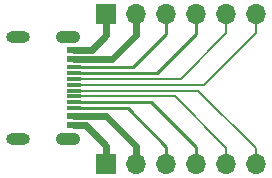
<source format=gbr>
%TF.GenerationSoftware,KiCad,Pcbnew,(6.0.5-0)*%
%TF.CreationDate,2022-07-11T15:28:30+02:00*%
%TF.ProjectId,USB-C-breakout,5553422d-432d-4627-9265-616b6f75742e,rev?*%
%TF.SameCoordinates,Original*%
%TF.FileFunction,Copper,L1,Top*%
%TF.FilePolarity,Positive*%
%FSLAX46Y46*%
G04 Gerber Fmt 4.6, Leading zero omitted, Abs format (unit mm)*
G04 Created by KiCad (PCBNEW (6.0.5-0)) date 2022-07-11 15:28:30*
%MOMM*%
%LPD*%
G01*
G04 APERTURE LIST*
%TA.AperFunction,SMDPad,CuDef*%
%ADD10R,1.150000X0.600000*%
%TD*%
%TA.AperFunction,SMDPad,CuDef*%
%ADD11R,1.150000X0.300000*%
%TD*%
%TA.AperFunction,ComponentPad*%
%ADD12O,2.100000X1.050000*%
%TD*%
%TA.AperFunction,ComponentPad*%
%ADD13O,2.000000X1.000000*%
%TD*%
%TA.AperFunction,ComponentPad*%
%ADD14R,1.700000X1.700000*%
%TD*%
%TA.AperFunction,ComponentPad*%
%ADD15O,1.700000X1.700000*%
%TD*%
%TA.AperFunction,Conductor*%
%ADD16C,0.600000*%
%TD*%
%TA.AperFunction,Conductor*%
%ADD17C,0.250000*%
%TD*%
%TA.AperFunction,Conductor*%
%ADD18C,0.200000*%
%TD*%
G04 APERTURE END LIST*
D10*
%TO.P,J1,A1_B12,GND*%
%TO.N,GND*%
X135755000Y-81800000D03*
%TO.P,J1,A4_B9,VBUS*%
%TO.N,VBUS*%
X135755000Y-82600000D03*
D11*
%TO.P,J1,A5,CC1*%
%TO.N,CC1*%
X135755000Y-83750000D03*
%TO.P,J1,A6,DP1*%
%TO.N,DP1*%
X135755000Y-84750000D03*
%TO.P,J1,A7,DN1*%
%TO.N,DN1*%
X135755000Y-85250000D03*
%TO.P,J1,A8,SBU1*%
%TO.N,SBU1*%
X135755000Y-86250000D03*
D10*
%TO.P,J1,B1_A12,GND*%
%TO.N,GND*%
X135755000Y-88200000D03*
%TO.P,J1,B4_A9,VBUS*%
%TO.N,VBUS*%
X135755000Y-87400000D03*
D11*
%TO.P,J1,B5,CC2*%
%TO.N,CC2*%
X135755000Y-86750000D03*
%TO.P,J1,B6,DP2*%
%TO.N,DP2*%
X135755000Y-85750000D03*
%TO.P,J1,B7,DN2*%
%TO.N,DN2*%
X135755000Y-84250000D03*
%TO.P,J1,B8,SBU2*%
%TO.N,SBU2*%
X135755000Y-83250000D03*
D12*
%TO.P,J1,S1,SHELL_GND*%
%TO.N,Shell*%
X135180000Y-80680000D03*
D13*
%TO.P,J1,S2,SHELL_GND*%
X131000000Y-80680000D03*
%TO.P,J1,S3,SHELL_GND*%
X131000000Y-89320000D03*
D12*
%TO.P,J1,S4,SHELL_GND*%
X135180000Y-89320000D03*
%TD*%
D14*
%TO.P,J2,1,Pin_1*%
%TO.N,GND*%
X138430000Y-91440000D03*
D15*
%TO.P,J2,2,Pin_2*%
%TO.N,VBUS*%
X140970000Y-91440000D03*
%TO.P,J2,3,Pin_3*%
%TO.N,CC2*%
X143510000Y-91440000D03*
%TO.P,J2,4,Pin_4*%
%TO.N,SBU1*%
X146050000Y-91440000D03*
%TO.P,J2,5,Pin_5*%
%TO.N,DP2*%
X148590000Y-91440000D03*
%TO.P,J2,6,Pin_6*%
%TO.N,DN1*%
X151130000Y-91440000D03*
%TD*%
D14*
%TO.P,J3,1,Pin_1*%
%TO.N,GND*%
X138430000Y-78740000D03*
D15*
%TO.P,J3,2,Pin_2*%
%TO.N,VBUS*%
X140970000Y-78740000D03*
%TO.P,J3,3,Pin_3*%
%TO.N,SBU2*%
X143510000Y-78740000D03*
%TO.P,J3,4,Pin_4*%
%TO.N,CC1*%
X146050000Y-78740000D03*
%TO.P,J3,5,Pin_5*%
%TO.N,DN2*%
X148590000Y-78740000D03*
%TO.P,J3,6,Pin_6*%
%TO.N,DP1*%
X151130000Y-78740000D03*
%TD*%
D16*
%TO.N,GND*%
X135755000Y-88200000D02*
X136700000Y-88200000D01*
X138430000Y-89930000D02*
X138430000Y-91440000D01*
X136700000Y-88200000D02*
X138430000Y-89930000D01*
X138430000Y-80570000D02*
X138430000Y-78740000D01*
X135755000Y-81800000D02*
X137200000Y-81800000D01*
X137200000Y-81800000D02*
X138430000Y-80570000D01*
%TO.N,VBUS*%
X135755000Y-87400000D02*
X138400000Y-87400000D01*
X140970000Y-89970000D02*
X140970000Y-91440000D01*
X138900000Y-82600000D02*
X140970000Y-80530000D01*
X138400000Y-87400000D02*
X140970000Y-89970000D01*
X135755000Y-82600000D02*
X138900000Y-82600000D01*
X140970000Y-80530000D02*
X140970000Y-78740000D01*
D17*
%TO.N,CC1*%
X146050000Y-80450000D02*
X146050000Y-78740000D01*
X135755000Y-83750000D02*
X142750000Y-83750000D01*
X142750000Y-83750000D02*
X146050000Y-80450000D01*
D18*
%TO.N,DP1*%
X146750000Y-84750000D02*
X151130000Y-80370000D01*
X151130000Y-80370000D02*
X151130000Y-78740000D01*
X135755000Y-84750000D02*
X146750000Y-84750000D01*
%TO.N,DN1*%
X151130000Y-90130000D02*
X151130000Y-91440000D01*
X135755000Y-85250000D02*
X146250000Y-85250000D01*
X146250000Y-85250000D02*
X151130000Y-90130000D01*
D17*
%TO.N,SBU1*%
X146050000Y-90050000D02*
X146050000Y-91440000D01*
X142250000Y-86250000D02*
X146050000Y-90050000D01*
X135755000Y-86250000D02*
X142250000Y-86250000D01*
%TO.N,CC2*%
X140250000Y-86750000D02*
X143510000Y-90010000D01*
X143510000Y-90010000D02*
X143510000Y-91440000D01*
X135755000Y-86750000D02*
X140250000Y-86750000D01*
D18*
%TO.N,DP2*%
X135755000Y-85750000D02*
X144250000Y-85750000D01*
X148590000Y-90090000D02*
X148590000Y-91440000D01*
X144250000Y-85750000D02*
X148590000Y-90090000D01*
%TO.N,DN2*%
X148590000Y-80410000D02*
X148590000Y-78740000D01*
X144750000Y-84250000D02*
X148590000Y-80410000D01*
X135755000Y-84250000D02*
X144750000Y-84250000D01*
D17*
%TO.N,SBU2*%
X140750000Y-83250000D02*
X143510000Y-80490000D01*
X143510000Y-80490000D02*
X143510000Y-78740000D01*
X135755000Y-83250000D02*
X140750000Y-83250000D01*
%TD*%
M02*

</source>
